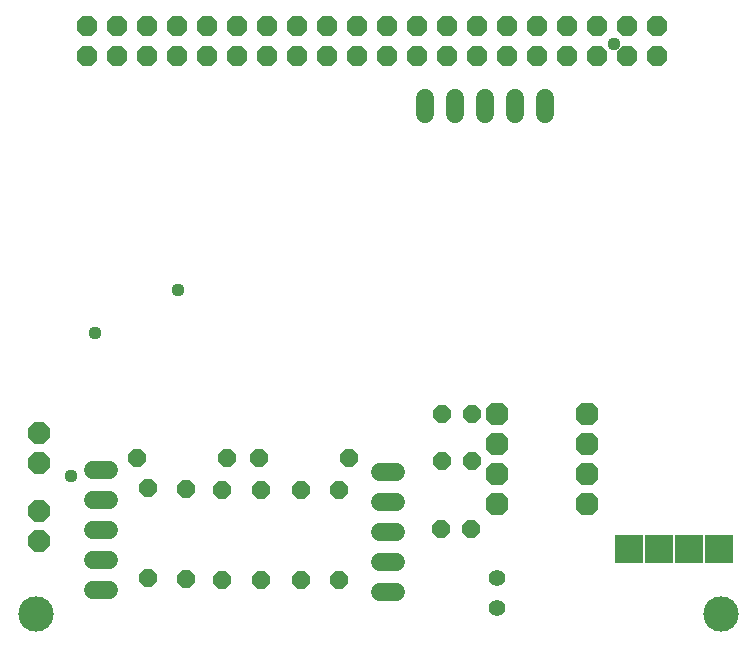
<source format=gbs>
G75*
%MOIN*%
%OFA0B0*%
%FSLAX25Y25*%
%IPPOS*%
%LPD*%
%AMOC8*
5,1,8,0,0,1.08239X$1,22.5*
%
%ADD10C,0.11824*%
%ADD11OC8,0.06800*%
%ADD12OC8,0.07400*%
%ADD13OC8,0.06000*%
%ADD14R,0.09400X0.09400*%
%ADD15OC8,0.07600*%
%ADD16C,0.05556*%
%ADD17C,0.06000*%
%ADD18C,0.04400*%
D10*
X0017548Y0017548D03*
X0245894Y0017548D03*
D11*
X0224556Y0203375D03*
X0214556Y0203375D03*
X0204556Y0203375D03*
X0194556Y0203375D03*
X0184556Y0203375D03*
X0174556Y0203375D03*
X0164556Y0203375D03*
X0154556Y0203375D03*
X0144556Y0203375D03*
X0134556Y0203375D03*
X0124556Y0203375D03*
X0114556Y0203375D03*
X0104556Y0203375D03*
X0094556Y0203375D03*
X0084556Y0203375D03*
X0074556Y0203375D03*
X0064556Y0203375D03*
X0054556Y0203375D03*
X0044556Y0203375D03*
X0034556Y0203375D03*
X0034556Y0213375D03*
X0044556Y0213375D03*
X0054556Y0213375D03*
X0064556Y0213375D03*
X0074556Y0213375D03*
X0084556Y0213375D03*
X0094556Y0213375D03*
X0104556Y0213375D03*
X0114556Y0213375D03*
X0124556Y0213375D03*
X0134556Y0213375D03*
X0144556Y0213375D03*
X0154556Y0213375D03*
X0164556Y0213375D03*
X0174556Y0213375D03*
X0184556Y0213375D03*
X0194556Y0213375D03*
X0204556Y0213375D03*
X0214556Y0213375D03*
X0224556Y0213375D03*
D12*
X0018493Y0077863D03*
X0018493Y0067863D03*
X0018650Y0051682D03*
X0018650Y0041682D03*
D13*
X0051209Y0069398D03*
X0055107Y0059359D03*
X0067706Y0059162D03*
X0079713Y0058847D03*
X0092745Y0058729D03*
X0091839Y0069398D03*
X0081209Y0069398D03*
X0106091Y0058729D03*
X0118493Y0058690D03*
X0121839Y0069398D03*
X0152863Y0068454D03*
X0162863Y0068454D03*
X0163060Y0084162D03*
X0153060Y0084162D03*
X0152666Y0045737D03*
X0162666Y0045737D03*
X0118493Y0028690D03*
X0106091Y0028729D03*
X0092745Y0028729D03*
X0079713Y0028847D03*
X0067706Y0029162D03*
X0055107Y0029359D03*
D14*
X0215186Y0039220D03*
X0225186Y0039220D03*
X0235186Y0039220D03*
X0245186Y0039220D03*
D15*
X0201131Y0054202D03*
X0201131Y0064202D03*
X0201131Y0074202D03*
X0201131Y0084202D03*
X0171131Y0084202D03*
X0171131Y0074202D03*
X0171131Y0064202D03*
X0171131Y0054202D03*
D16*
X0171328Y0029556D03*
X0171328Y0019556D03*
D17*
X0137471Y0024713D02*
X0132271Y0024713D01*
X0132271Y0034713D02*
X0137471Y0034713D01*
X0137471Y0044713D02*
X0132271Y0044713D01*
X0132271Y0054713D02*
X0137471Y0054713D01*
X0137471Y0064713D02*
X0132271Y0064713D01*
X0041802Y0065501D02*
X0036602Y0065501D01*
X0036602Y0055501D02*
X0041802Y0055501D01*
X0041802Y0045501D02*
X0036602Y0045501D01*
X0036602Y0035501D02*
X0041802Y0035501D01*
X0041802Y0025501D02*
X0036602Y0025501D01*
X0147154Y0184239D02*
X0147154Y0189439D01*
X0157154Y0189439D02*
X0157154Y0184239D01*
X0167154Y0184239D02*
X0167154Y0189439D01*
X0177154Y0189439D02*
X0177154Y0184239D01*
X0187154Y0184239D02*
X0187154Y0189439D01*
D18*
X0210169Y0207600D03*
X0064800Y0125400D03*
X0037200Y0111000D03*
X0029400Y0063600D03*
M02*

</source>
